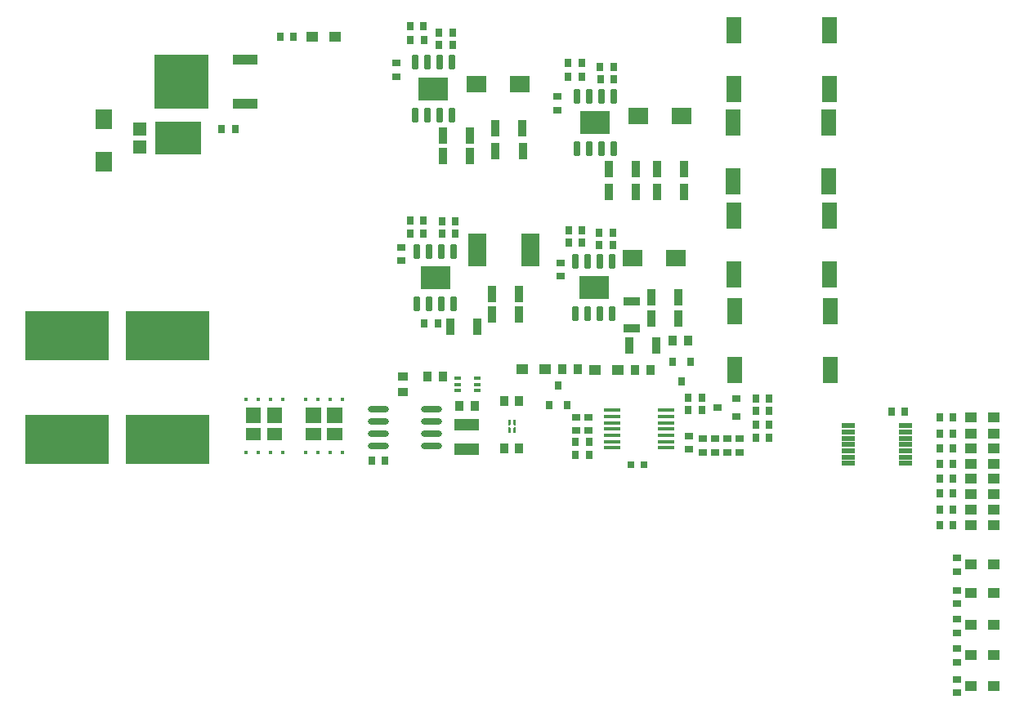
<source format=gtp>
G04*
G04 #@! TF.GenerationSoftware,Altium Limited,Altium Designer,19.1.7 (138)*
G04*
G04 Layer_Color=8421504*
%FSLAX25Y25*%
%MOIN*%
G70*
G01*
G75*
%ADD20R,0.02559X0.01575*%
%ADD21R,0.03543X0.03937*%
%ADD22R,0.03150X0.03543*%
%ADD23R,0.04921X0.04331*%
%ADD24R,0.03937X0.03543*%
%ADD25R,0.03543X0.02756*%
%ADD26R,0.02756X0.03543*%
%ADD27R,0.06600X0.01400*%
%ADD28R,0.06200X0.11100*%
%ADD29R,0.07874X0.07087*%
%ADD30R,0.03740X0.06693*%
G04:AMPARAMS|DCode=31|XSize=94.49mil|YSize=122.05mil|CornerRadius=1.89mil|HoleSize=0mil|Usage=FLASHONLY|Rotation=270.000|XOffset=0mil|YOffset=0mil|HoleType=Round|Shape=RoundedRectangle|*
%AMROUNDEDRECTD31*
21,1,0.09449,0.11827,0,0,270.0*
21,1,0.09071,0.12205,0,0,270.0*
1,1,0.00378,-0.05913,-0.04535*
1,1,0.00378,-0.05913,0.04535*
1,1,0.00378,0.05913,0.04535*
1,1,0.00378,0.05913,-0.04535*
%
%ADD31ROUNDEDRECTD31*%
G04:AMPARAMS|DCode=32|XSize=23.62mil|YSize=57.09mil|CornerRadius=2.01mil|HoleSize=0mil|Usage=FLASHONLY|Rotation=0.000|XOffset=0mil|YOffset=0mil|HoleType=Round|Shape=RoundedRectangle|*
%AMROUNDEDRECTD32*
21,1,0.02362,0.05307,0,0,0.0*
21,1,0.01961,0.05709,0,0,0.0*
1,1,0.00402,0.00980,-0.02653*
1,1,0.00402,-0.00980,-0.02653*
1,1,0.00402,-0.00980,0.02653*
1,1,0.00402,0.00980,0.02653*
%
%ADD32ROUNDEDRECTD32*%
%ADD33R,0.22441X0.22173*%
%ADD34R,0.10236X0.04173*%
G04:AMPARAMS|DCode=35|XSize=17.72mil|YSize=55.12mil|CornerRadius=1.95mil|HoleSize=0mil|Usage=FLASHONLY|Rotation=90.000|XOffset=0mil|YOffset=0mil|HoleType=Round|Shape=RoundedRectangle|*
%AMROUNDEDRECTD35*
21,1,0.01772,0.05122,0,0,90.0*
21,1,0.01382,0.05512,0,0,90.0*
1,1,0.00390,0.02561,0.00691*
1,1,0.00390,0.02561,-0.00691*
1,1,0.00390,-0.02561,-0.00691*
1,1,0.00390,-0.02561,0.00691*
%
%ADD35ROUNDEDRECTD35*%
%ADD36R,0.10236X0.04724*%
%ADD37R,0.01772X0.01693*%
%ADD38R,0.07284X0.13386*%
%ADD39O,0.08661X0.02756*%
%ADD40R,0.06693X0.03740*%
%ADD41R,0.19134X0.13228*%
%ADD42R,0.05512X0.05472*%
%ADD43R,0.07087X0.08268*%
%ADD44R,0.03543X0.03150*%
%ADD45R,0.02559X0.02756*%
%ADD46R,0.34449X0.20472*%
G36*
X228280Y246260D02*
X222100D01*
Y252500D01*
X228280D01*
Y246260D01*
D02*
G37*
G36*
X212400D02*
X206220D01*
Y252500D01*
X212400D01*
Y246260D01*
D02*
G37*
G36*
X203780D02*
X197600D01*
Y252500D01*
X203780D01*
Y246260D01*
D02*
G37*
G36*
X228280Y239429D02*
X222100D01*
Y244291D01*
X228280D01*
Y239429D01*
D02*
G37*
G36*
X212400D02*
X206220D01*
Y244291D01*
X212400D01*
Y239429D01*
D02*
G37*
G36*
X203780D02*
X197600D01*
Y244291D01*
X203780D01*
Y239429D01*
D02*
G37*
G36*
X236900Y246260D02*
X230720D01*
Y252500D01*
X236900D01*
Y246260D01*
D02*
G37*
G36*
X307653Y245385D02*
X307098D01*
X306541Y245941D01*
Y247646D01*
X307653D01*
Y245385D01*
D02*
G37*
G36*
X305754Y245941D02*
X305197Y245385D01*
X304643D01*
Y247646D01*
X305754D01*
Y245941D01*
D02*
G37*
G36*
X307653Y242336D02*
X306541D01*
Y244040D01*
X307098Y244597D01*
X307653D01*
Y242336D01*
D02*
G37*
G36*
X305754Y244040D02*
Y242336D01*
X304643D01*
Y244597D01*
X305197D01*
X305754Y244040D01*
D02*
G37*
G36*
X236900Y239429D02*
X230720D01*
Y244291D01*
X236900D01*
Y239429D01*
D02*
G37*
D20*
X284066Y264566D02*
D03*
Y262007D02*
D03*
Y259448D02*
D03*
X292137D02*
D03*
Y262007D02*
D03*
Y264566D02*
D03*
D21*
X371684Y280000D02*
D03*
X377983D02*
D03*
X362792Y267863D02*
D03*
X356493D02*
D03*
X333042Y268158D02*
D03*
X326743D02*
D03*
X290944Y253395D02*
D03*
X284644D02*
D03*
X309150Y235924D02*
D03*
X302850D02*
D03*
X271825Y265157D02*
D03*
X278124D02*
D03*
X302850Y255250D02*
D03*
X309150D02*
D03*
D22*
X379051Y271266D02*
D03*
X371571D02*
D03*
X375311Y263392D02*
D03*
X321247Y253713D02*
D03*
X328727D02*
D03*
X324987Y261587D02*
D03*
D23*
X340011Y268023D02*
D03*
X349263D02*
D03*
X310376Y268158D02*
D03*
X319628D02*
D03*
X502626Y176895D02*
D03*
X493374D02*
D03*
X502626Y188500D02*
D03*
X493374D02*
D03*
X502626Y164000D02*
D03*
X493374D02*
D03*
X502626Y151500D02*
D03*
X493374D02*
D03*
X502626Y139000D02*
D03*
X493374D02*
D03*
X502500Y204500D02*
D03*
X493248D02*
D03*
X502500Y211000D02*
D03*
X493248D02*
D03*
X502500Y217402D02*
D03*
X493248D02*
D03*
X502500Y223500D02*
D03*
X493248D02*
D03*
X502500Y229500D02*
D03*
X493248D02*
D03*
X502500Y236000D02*
D03*
X493248D02*
D03*
X502500Y242000D02*
D03*
X493248D02*
D03*
X502500Y248500D02*
D03*
X493248D02*
D03*
X233903Y404000D02*
D03*
X224651D02*
D03*
D24*
X261550Y265157D02*
D03*
Y258858D02*
D03*
D25*
X487500Y177984D02*
D03*
Y172472D02*
D03*
X324676Y379512D02*
D03*
Y374000D02*
D03*
X259113Y393256D02*
D03*
Y387744D02*
D03*
X326000Y306244D02*
D03*
Y311756D02*
D03*
X487500Y191256D02*
D03*
Y185744D02*
D03*
X487500Y166256D02*
D03*
Y160744D02*
D03*
Y154256D02*
D03*
Y148744D02*
D03*
Y141756D02*
D03*
Y136244D02*
D03*
X260894Y318000D02*
D03*
Y312488D02*
D03*
X332250Y248694D02*
D03*
Y243182D02*
D03*
X337250Y243182D02*
D03*
Y248694D02*
D03*
X383973Y234297D02*
D03*
Y239809D02*
D03*
X378351Y241006D02*
D03*
Y235494D02*
D03*
X398973Y234297D02*
D03*
Y239809D02*
D03*
X393973Y234297D02*
D03*
Y239809D02*
D03*
X388973Y234297D02*
D03*
Y239809D02*
D03*
D26*
X193197Y366122D02*
D03*
X187685D02*
D03*
X334506Y387744D02*
D03*
X328994D02*
D03*
Y393256D02*
D03*
X334506D02*
D03*
X342086Y391750D02*
D03*
X347598D02*
D03*
X342180Y386500D02*
D03*
X347691D02*
D03*
X264638Y408250D02*
D03*
X270150D02*
D03*
X270250Y402750D02*
D03*
X264738D02*
D03*
X276494Y405750D02*
D03*
X282006D02*
D03*
X276494Y400750D02*
D03*
X282006D02*
D03*
X334756Y325000D02*
D03*
X329244D02*
D03*
X480618Y248500D02*
D03*
X486130D02*
D03*
X480618Y242000D02*
D03*
X486130D02*
D03*
X480618Y236000D02*
D03*
X486130D02*
D03*
X480618Y229500D02*
D03*
X486130D02*
D03*
X480618Y223500D02*
D03*
X486130D02*
D03*
X480618Y217500D02*
D03*
X486130D02*
D03*
X480618Y211000D02*
D03*
X486130D02*
D03*
X480618Y204500D02*
D03*
X486130D02*
D03*
X466458Y251000D02*
D03*
X460947D02*
D03*
X341744Y324000D02*
D03*
X347256D02*
D03*
X341744Y319000D02*
D03*
X347256D02*
D03*
X329244Y320000D02*
D03*
X334756D02*
D03*
X277638Y328500D02*
D03*
X283150D02*
D03*
X277638Y323500D02*
D03*
X283150D02*
D03*
X264638Y329000D02*
D03*
X270150D02*
D03*
X264638Y323500D02*
D03*
X270150D02*
D03*
X275894Y287000D02*
D03*
X270382D02*
D03*
X248917Y231000D02*
D03*
X254429D02*
D03*
X337506Y238438D02*
D03*
X331994D02*
D03*
X337506Y233241D02*
D03*
X331994D02*
D03*
X211610Y404000D02*
D03*
X217121D02*
D03*
X411107Y240128D02*
D03*
X405595D02*
D03*
X405595Y245628D02*
D03*
X411107D02*
D03*
X405595Y251128D02*
D03*
X411107D02*
D03*
X411107Y256128D02*
D03*
X405595D02*
D03*
X378095Y251750D02*
D03*
X383607D02*
D03*
X378095Y256750D02*
D03*
X383607D02*
D03*
D27*
X346851Y251477D02*
D03*
Y248918D02*
D03*
Y246359D02*
D03*
Y243800D02*
D03*
Y241241D02*
D03*
Y238682D02*
D03*
Y236123D02*
D03*
X369051Y236123D02*
D03*
Y238682D02*
D03*
Y241241D02*
D03*
Y243800D02*
D03*
Y246359D02*
D03*
Y248918D02*
D03*
Y251477D02*
D03*
D28*
X396500Y382500D02*
D03*
Y406500D02*
D03*
X435500D02*
D03*
Y382500D02*
D03*
X396425Y345000D02*
D03*
Y369000D02*
D03*
X435425D02*
D03*
Y345000D02*
D03*
X397000Y268000D02*
D03*
Y292000D02*
D03*
X436000D02*
D03*
Y268000D02*
D03*
X396500Y307000D02*
D03*
Y331000D02*
D03*
X435500D02*
D03*
Y307000D02*
D03*
D29*
X375295Y371559D02*
D03*
X357579D02*
D03*
X309249Y384559D02*
D03*
X291532D02*
D03*
X373000Y313500D02*
D03*
X355283D02*
D03*
D30*
X376259Y350000D02*
D03*
X365235D02*
D03*
X376259Y340750D02*
D03*
X365235D02*
D03*
X345651Y350000D02*
D03*
X356675D02*
D03*
X345726Y340750D02*
D03*
X356750D02*
D03*
X277833Y363500D02*
D03*
X288856D02*
D03*
X277988Y355250D02*
D03*
X289012D02*
D03*
X310512Y357250D02*
D03*
X299488D02*
D03*
X310284Y366441D02*
D03*
X299260D02*
D03*
X297882Y290500D02*
D03*
X308906D02*
D03*
X280882Y285500D02*
D03*
X291906D02*
D03*
X308906Y299000D02*
D03*
X297882D02*
D03*
X353988Y278000D02*
D03*
X365012D02*
D03*
X374000Y289000D02*
D03*
X362976D02*
D03*
X362988Y297500D02*
D03*
X374012D02*
D03*
D31*
X274063Y382750D02*
D03*
X340000Y369000D02*
D03*
X339500Y301500D02*
D03*
X274894Y305500D02*
D03*
D32*
X281563Y393478D02*
D03*
X276563D02*
D03*
X271563D02*
D03*
X266563D02*
D03*
X281563Y372022D02*
D03*
X276563D02*
D03*
X271563D02*
D03*
X266563D02*
D03*
X332500Y358272D02*
D03*
X337500D02*
D03*
X342500D02*
D03*
X347500D02*
D03*
X332500Y379728D02*
D03*
X337500D02*
D03*
X342500D02*
D03*
X347500D02*
D03*
X347000Y312228D02*
D03*
X342000D02*
D03*
X337000D02*
D03*
X332000D02*
D03*
X347000Y290772D02*
D03*
X342000D02*
D03*
X337000D02*
D03*
X332000D02*
D03*
X267394Y294772D02*
D03*
X272394D02*
D03*
X277394D02*
D03*
X282394D02*
D03*
X267394Y316228D02*
D03*
X272394D02*
D03*
X277394D02*
D03*
X282394D02*
D03*
D33*
X171407Y385500D02*
D03*
D34*
X197195Y394500D02*
D03*
Y376500D02*
D03*
D35*
X466614Y229823D02*
D03*
Y232382D02*
D03*
Y234941D02*
D03*
Y237500D02*
D03*
Y240059D02*
D03*
Y242618D02*
D03*
Y245177D02*
D03*
X443386Y229823D02*
D03*
Y232382D02*
D03*
Y234941D02*
D03*
Y237500D02*
D03*
Y240059D02*
D03*
Y242618D02*
D03*
Y245177D02*
D03*
D36*
X287500Y245520D02*
D03*
Y235480D02*
D03*
D37*
X222000Y255768D02*
D03*
X227000D02*
D03*
X232000D02*
D03*
X237000D02*
D03*
Y234232D02*
D03*
X232000D02*
D03*
X227000D02*
D03*
X222000D02*
D03*
X197500Y255768D02*
D03*
X202500D02*
D03*
X207500D02*
D03*
X212500D02*
D03*
Y234232D02*
D03*
X207500D02*
D03*
X202500D02*
D03*
X197500D02*
D03*
D38*
X291969Y317000D02*
D03*
X313819D02*
D03*
D39*
X273327Y237000D02*
D03*
Y242000D02*
D03*
Y247000D02*
D03*
Y252000D02*
D03*
X251673Y237000D02*
D03*
Y242000D02*
D03*
Y247000D02*
D03*
Y252000D02*
D03*
D40*
X355000Y284976D02*
D03*
Y296000D02*
D03*
D41*
X170000Y362500D02*
D03*
D42*
X154323Y366122D02*
D03*
Y358878D02*
D03*
D43*
X139500Y352839D02*
D03*
Y370161D02*
D03*
D44*
X389914Y252550D02*
D03*
X397788Y256290D02*
D03*
Y248810D02*
D03*
D45*
X354773Y229250D02*
D03*
X360088D02*
D03*
D46*
X165500Y282000D02*
D03*
Y239480D02*
D03*
X124500Y282000D02*
D03*
Y239480D02*
D03*
M02*

</source>
